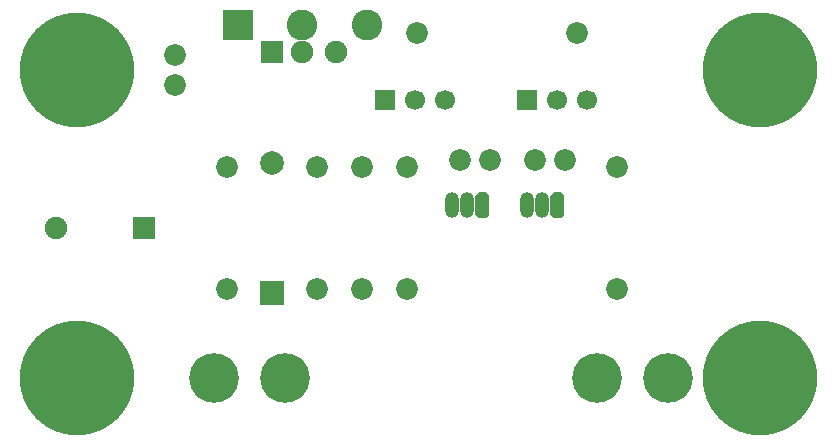
<source format=gbs>
G04 DipTrace 2.4.0.2*
%INSuperSimplePowerSupply.gbs*%
%MOIN*%
%ADD15R,0.0669X0.0669*%
%ADD33O,0.0472X0.0866*%
%ADD35C,0.1024*%
%ADD37R,0.1024X0.1024*%
%ADD39C,0.3829*%
%ADD41C,0.0787*%
%ADD43R,0.0787X0.0787*%
%ADD45C,0.1654*%
%ADD47C,0.0669*%
%ADD50C,0.0748*%
%ADD52R,0.0748X0.0748*%
%ADD53C,0.0728*%
%FSLAX44Y44*%
G04*
G70*
G90*
G75*
G01*
%LNBotMask*%
%LPD*%
D53*
X19000Y35250D3*
X18000D3*
X20500D3*
X21500D3*
X8500Y37750D3*
Y38750D3*
D52*
X7476Y33000D3*
D50*
X4524D3*
D15*
X15500Y37250D3*
D47*
X16500D3*
X17500D3*
D15*
X20250D3*
D47*
X21250D3*
X22250D3*
D45*
X24931Y28000D3*
X22569D3*
X9819D3*
X12181D3*
D43*
X11750Y30825D3*
D41*
Y35175D3*
D39*
X5250Y38250D3*
X28000D3*
X5250Y28000D3*
X28000D3*
D37*
X10604Y39750D3*
D35*
X12750D3*
X14896D3*
D52*
X11750Y38875D3*
D50*
X13875D3*
X12750D3*
G36*
X18986Y34062D2*
X18865Y34183D1*
X18635D1*
X18514Y34062D1*
Y33438D1*
X18635Y33317D1*
X18865D1*
X18986Y33438D1*
Y34062D1*
G37*
D33*
X18250Y33750D3*
X17750D3*
D53*
X13250Y30963D3*
Y35037D3*
X21917Y39500D3*
X16583D3*
X16250Y35037D3*
Y30963D3*
X14750D3*
Y35037D3*
X10250Y30963D3*
Y35037D3*
X23250Y30963D3*
Y35037D3*
G36*
X21486Y34062D2*
X21365Y34183D1*
X21135D1*
X21014Y34062D1*
Y33438D1*
X21135Y33317D1*
X21365D1*
X21486Y33438D1*
Y34062D1*
G37*
D33*
X20750Y33750D3*
X20250D3*
M02*

</source>
